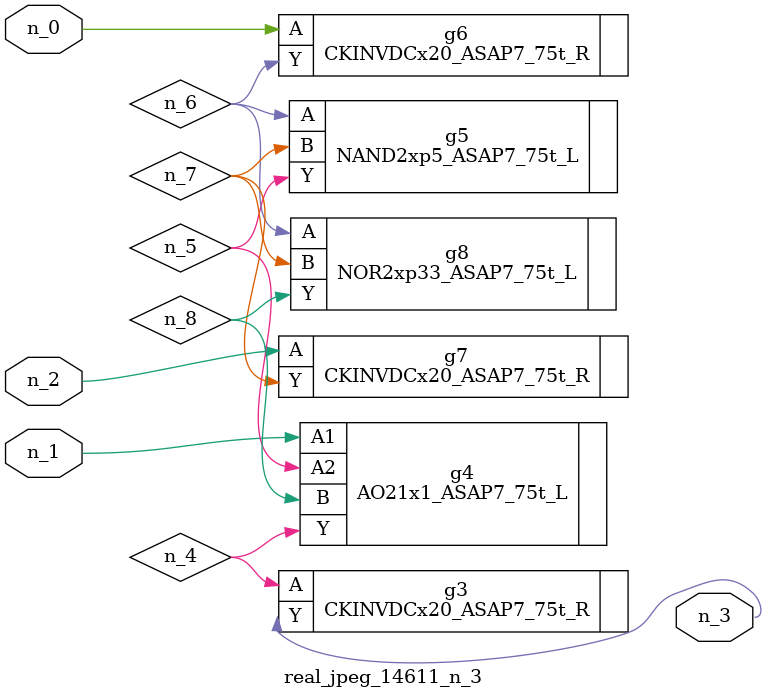
<source format=v>
module real_jpeg_14611_n_3 (n_1, n_0, n_2, n_3);

input n_1;
input n_0;
input n_2;

output n_3;

wire n_5;
wire n_8;
wire n_4;
wire n_6;
wire n_7;

CKINVDCx20_ASAP7_75t_R g6 ( 
.A(n_0),
.Y(n_6)
);

AO21x1_ASAP7_75t_L g4 ( 
.A1(n_1),
.A2(n_5),
.B(n_8),
.Y(n_4)
);

CKINVDCx20_ASAP7_75t_R g7 ( 
.A(n_2),
.Y(n_7)
);

CKINVDCx20_ASAP7_75t_R g3 ( 
.A(n_4),
.Y(n_3)
);

NAND2xp5_ASAP7_75t_L g5 ( 
.A(n_6),
.B(n_7),
.Y(n_5)
);

NOR2xp33_ASAP7_75t_L g8 ( 
.A(n_6),
.B(n_7),
.Y(n_8)
);


endmodule
</source>
